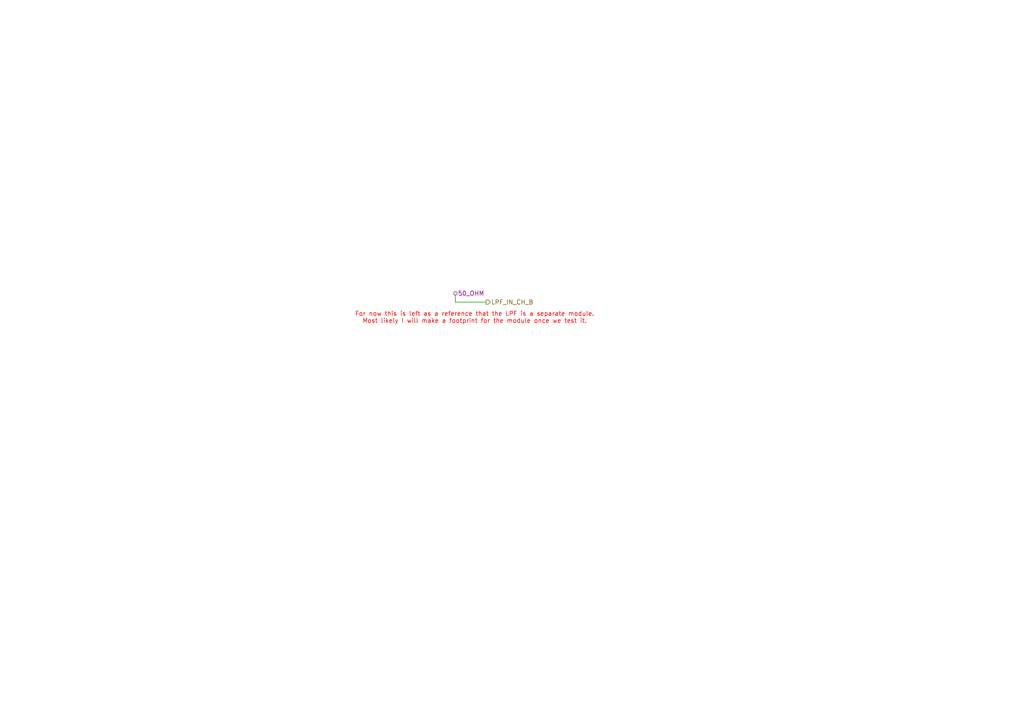
<source format=kicad_sch>
(kicad_sch
	(version 20250114)
	(generator "eeschema")
	(generator_version "9.0")
	(uuid "02cd66f2-496d-4a4e-b299-909b3e147669")
	(paper "A4")
	(title_block
		(date "2025-04-16")
		(company "CERN")
		(comment 1 "Design by A. Jevtic")
	)
	(lib_symbols)
	(text "For now this is left as a reference that the LPF is a separate module.\nMost likely I will make a footprint for the module once we test it."
		(exclude_from_sim no)
		(at 137.668 92.202 0)
		(effects
			(font
				(size 1.27 1.27)
				(color 255 0 0 1)
			)
		)
		(uuid "6d7810c1-7278-4918-aa5f-ad734dc30947")
	)
	(wire
		(pts
			(xy 132.08 87.63) (xy 140.97 87.63)
		)
		(stroke
			(width 0)
			(type default)
		)
		(uuid "a04c0ea1-e4c9-44f5-8fa3-de4f68af9842")
	)
	(hierarchical_label "LPF_IN_CH_B"
		(shape output)
		(at 140.97 87.63 0)
		(effects
			(font
				(size 1.27 1.27)
			)
			(justify left)
		)
		(uuid "9d128323-9919-4e31-9540-885c1c0ee20f")
	)
	(netclass_flag ""
		(length 2.54)
		(shape round)
		(at 132.08 87.63 0)
		(fields_autoplaced yes)
		(effects
			(font
				(size 1.27 1.27)
			)
			(justify left bottom)
		)
		(uuid "f252c815-24ca-4b0e-afd1-57654d81aea8")
		(property "Netclass" "50_OHM"
			(at 132.7785 85.09 0)
			(effects
				(font
					(size 1.27 1.27)
				)
				(justify left)
			)
		)
		(property "Component Class" ""
			(at -294.64 8.89 0)
			(effects
				(font
					(size 1.27 1.27)
					(italic yes)
				)
			)
		)
	)
)

</source>
